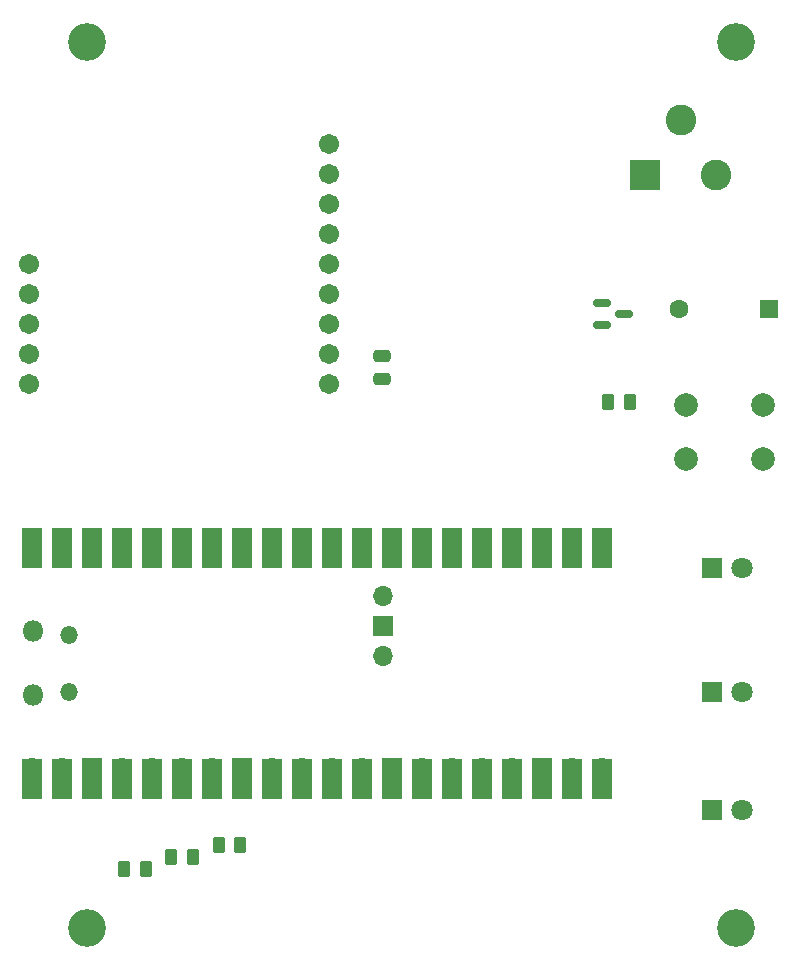
<source format=gts>
G04 #@! TF.GenerationSoftware,KiCad,Pcbnew,9.0.0*
G04 #@! TF.CreationDate,2025-04-18T21:38:45-04:00*
G04 #@! TF.ProjectId,blood_pressure,626c6f6f-645f-4707-9265-73737572652e,rev?*
G04 #@! TF.SameCoordinates,Original*
G04 #@! TF.FileFunction,Soldermask,Top*
G04 #@! TF.FilePolarity,Negative*
%FSLAX46Y46*%
G04 Gerber Fmt 4.6, Leading zero omitted, Abs format (unit mm)*
G04 Created by KiCad (PCBNEW 9.0.0) date 2025-04-18 21:38:45*
%MOMM*%
%LPD*%
G01*
G04 APERTURE LIST*
G04 Aperture macros list*
%AMRoundRect*
0 Rectangle with rounded corners*
0 $1 Rounding radius*
0 $2 $3 $4 $5 $6 $7 $8 $9 X,Y pos of 4 corners*
0 Add a 4 corners polygon primitive as box body*
4,1,4,$2,$3,$4,$5,$6,$7,$8,$9,$2,$3,0*
0 Add four circle primitives for the rounded corners*
1,1,$1+$1,$2,$3*
1,1,$1+$1,$4,$5*
1,1,$1+$1,$6,$7*
1,1,$1+$1,$8,$9*
0 Add four rect primitives between the rounded corners*
20,1,$1+$1,$2,$3,$4,$5,0*
20,1,$1+$1,$4,$5,$6,$7,0*
20,1,$1+$1,$6,$7,$8,$9,0*
20,1,$1+$1,$8,$9,$2,$3,0*%
G04 Aperture macros list end*
%ADD10C,3.200000*%
%ADD11RoundRect,0.250000X-0.262500X-0.450000X0.262500X-0.450000X0.262500X0.450000X-0.262500X0.450000X0*%
%ADD12RoundRect,0.250000X0.475000X-0.250000X0.475000X0.250000X-0.475000X0.250000X-0.475000X-0.250000X0*%
%ADD13C,1.712000*%
%ADD14RoundRect,0.150000X-0.587500X-0.150000X0.587500X-0.150000X0.587500X0.150000X-0.587500X0.150000X0*%
%ADD15R,2.600000X2.600000*%
%ADD16C,2.600000*%
%ADD17O,1.800000X1.800000*%
%ADD18O,1.500000X1.500000*%
%ADD19O,1.700000X1.700000*%
%ADD20R,1.700000X3.500000*%
%ADD21R,1.700000X1.700000*%
%ADD22R,1.800000X1.800000*%
%ADD23C,1.800000*%
%ADD24C,2.000000*%
%ADD25RoundRect,0.250000X0.550000X0.550000X-0.550000X0.550000X-0.550000X-0.550000X0.550000X-0.550000X0*%
%ADD26C,1.600000*%
G04 APERTURE END LIST*
D10*
X167500000Y-102500000D03*
D11*
X119675000Y-96500000D03*
X121500000Y-96500000D03*
X123675000Y-95500000D03*
X125500000Y-95500000D03*
D12*
X137500000Y-56000000D03*
X137500000Y-54100000D03*
D10*
X112500000Y-102500000D03*
D13*
X107625000Y-56414000D03*
X107625000Y-53874000D03*
X107625000Y-51334000D03*
X107625000Y-48794000D03*
X107625000Y-46254000D03*
X133025000Y-56414000D03*
X133025000Y-53874000D03*
X133025000Y-51334000D03*
X133025000Y-48794000D03*
X133025000Y-46254000D03*
X133025000Y-43714000D03*
X133025000Y-41174000D03*
X133025000Y-38634000D03*
X133025000Y-36094000D03*
D10*
X167500000Y-27500000D03*
D11*
X115675000Y-97500000D03*
X117500000Y-97500000D03*
D14*
X156125000Y-49550000D03*
X156125000Y-51450000D03*
X158000000Y-50500000D03*
D10*
X112500000Y-27500000D03*
D11*
X156675000Y-58000000D03*
X158500000Y-58000000D03*
D15*
X159800000Y-38750000D03*
D16*
X165800000Y-38750000D03*
X162800000Y-34050000D03*
D17*
X107960000Y-82809100D03*
D18*
X110990000Y-82509100D03*
X110990000Y-77659100D03*
D17*
X107960000Y-77359100D03*
D19*
X107830000Y-88974100D03*
D20*
X107830000Y-89874100D03*
D19*
X110370000Y-88974100D03*
D20*
X110370000Y-89874100D03*
D21*
X112910000Y-88974100D03*
D20*
X112910000Y-89874100D03*
D19*
X115450000Y-88974100D03*
D20*
X115450000Y-89874100D03*
D19*
X117990000Y-88974100D03*
D20*
X117990000Y-89874100D03*
D19*
X120530000Y-88974100D03*
D20*
X120530000Y-89874100D03*
D19*
X123070000Y-88974100D03*
D20*
X123070000Y-89874100D03*
D21*
X125610000Y-88974100D03*
D20*
X125610000Y-89874100D03*
D19*
X128150000Y-88974100D03*
D20*
X128150000Y-89874100D03*
D19*
X130690000Y-88974100D03*
D20*
X130690000Y-89874100D03*
D19*
X133230000Y-88974100D03*
D20*
X133230000Y-89874100D03*
D19*
X135770000Y-88974100D03*
D20*
X135770000Y-89874100D03*
D21*
X138310000Y-88974100D03*
D20*
X138310000Y-89874100D03*
D19*
X140850000Y-88974100D03*
D20*
X140850000Y-89874100D03*
D19*
X143390000Y-88974100D03*
D20*
X143390000Y-89874100D03*
D19*
X145930000Y-88974100D03*
D20*
X145930000Y-89874100D03*
D19*
X148470000Y-88974100D03*
D20*
X148470000Y-89874100D03*
D21*
X151010000Y-88974100D03*
D20*
X151010000Y-89874100D03*
D19*
X153550000Y-88974100D03*
D20*
X153550000Y-89874100D03*
D19*
X156090000Y-88974100D03*
D20*
X156090000Y-89874100D03*
D19*
X156090000Y-71194100D03*
D20*
X156090000Y-70294100D03*
D19*
X153550000Y-71194100D03*
D20*
X153550000Y-70294100D03*
D21*
X151010000Y-71194100D03*
D20*
X151010000Y-70294100D03*
D19*
X148470000Y-71194100D03*
D20*
X148470000Y-70294100D03*
D19*
X145930000Y-71194100D03*
D20*
X145930000Y-70294100D03*
D19*
X143390000Y-71194100D03*
D20*
X143390000Y-70294100D03*
D19*
X140850000Y-71194100D03*
D20*
X140850000Y-70294100D03*
D21*
X138310000Y-71194100D03*
D20*
X138310000Y-70294100D03*
D19*
X135770000Y-71194100D03*
D20*
X135770000Y-70294100D03*
D19*
X133230000Y-71194100D03*
D20*
X133230000Y-70294100D03*
D19*
X130690000Y-71194100D03*
D20*
X130690000Y-70294100D03*
D19*
X128150000Y-71194100D03*
D20*
X128150000Y-70294100D03*
D21*
X125610000Y-71194100D03*
D20*
X125610000Y-70294100D03*
D19*
X123070000Y-71194100D03*
D20*
X123070000Y-70294100D03*
D19*
X120530000Y-71194100D03*
D20*
X120530000Y-70294100D03*
D19*
X117990000Y-71194100D03*
D20*
X117990000Y-70294100D03*
D19*
X115450000Y-71194100D03*
D20*
X115450000Y-70294100D03*
D21*
X112910000Y-71194100D03*
D20*
X112910000Y-70294100D03*
D19*
X110370000Y-71194100D03*
D20*
X110370000Y-70294100D03*
D19*
X107830000Y-71194100D03*
D20*
X107830000Y-70294100D03*
D19*
X137560000Y-79500000D03*
D21*
X137560000Y-76960000D03*
D19*
X137560000Y-74420000D03*
D22*
X165475000Y-72000000D03*
D23*
X168015000Y-72000000D03*
D22*
X165460000Y-82500000D03*
D23*
X168000000Y-82500000D03*
D22*
X165460000Y-92500000D03*
D23*
X168000000Y-92500000D03*
D24*
X163250000Y-62750000D03*
X169750000Y-62750000D03*
X163250000Y-58250000D03*
X169750000Y-58250000D03*
D25*
X170305000Y-50052500D03*
D26*
X162685000Y-50052500D03*
M02*

</source>
